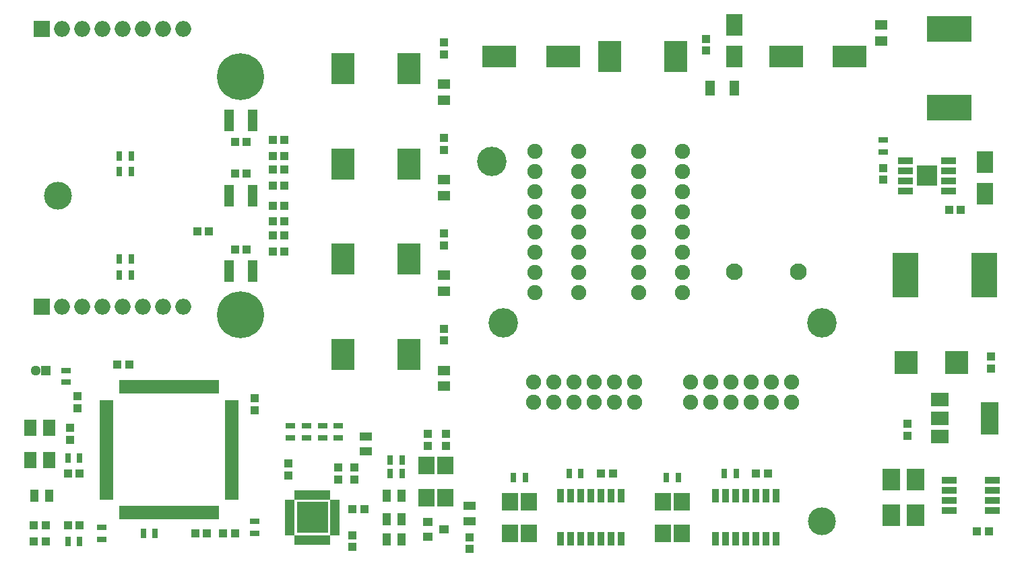
<source format=gbr>
G04 #@! TF.FileFunction,Soldermask,Top*
%FSLAX46Y46*%
G04 Gerber Fmt 4.6, Leading zero omitted, Abs format (unit mm)*
G04 Created by KiCad (PCBNEW 4.0.7-e2-6376~58~ubuntu16.04.1) date Mon Jun 18 09:55:01 2018*
%MOMM*%
%LPD*%
G01*
G04 APERTURE LIST*
%ADD10C,0.100000*%
%ADD11R,0.580000X1.200000*%
%ADD12R,1.200000X0.580000*%
%ADD13R,4.000000X4.000000*%
%ADD14C,3.500000*%
%ADD15R,1.300000X2.800000*%
%ADD16R,1.100000X1.050000*%
%ADD17R,1.550000X1.300000*%
%ADD18R,1.050000X1.100000*%
%ADD19R,2.250000X2.800000*%
%ADD20R,1.300000X1.900000*%
%ADD21R,4.300000X2.800000*%
%ADD22R,2.850000X3.000000*%
%ADD23R,1.800000X0.580000*%
%ADD24R,0.580000X1.800000*%
%ADD25R,1.850000X0.900000*%
%ADD26R,1.475000X1.475000*%
%ADD27R,3.000000X3.900000*%
%ADD28R,1.000000X1.600000*%
%ADD29R,1.600000X1.000000*%
%ADD30R,2.000000X2.200000*%
%ADD31R,5.700000X3.200000*%
%ADD32R,3.200000X5.700000*%
%ADD33R,0.800000X1.200000*%
%ADD34R,1.200000X0.800000*%
%ADD35R,1.300000X1.300000*%
%ADD36O,1.300000X1.300000*%
%ADD37R,1.200000X1.100000*%
%ADD38R,2.100000X2.800000*%
%ADD39R,2.000000X2.000000*%
%ADD40O,2.000000X2.000000*%
%ADD41R,2.300000X4.100000*%
%ADD42R,2.300000X1.800000*%
%ADD43R,0.900000X1.800000*%
%ADD44C,5.900000*%
%ADD45R,1.500000X2.100000*%
%ADD46C,1.900000*%
%ADD47C,3.700000*%
%ADD48C,2.100000*%
G04 APERTURE END LIST*
D10*
D11*
X109000000Y-118325000D03*
X109500000Y-118325000D03*
X110000000Y-118325000D03*
X110500000Y-118325000D03*
X111000000Y-118325000D03*
X111500000Y-118325000D03*
X112000000Y-118325000D03*
X112500000Y-118325000D03*
X113000000Y-118325000D03*
D12*
X113825000Y-117500000D03*
X113825000Y-117000000D03*
X113825000Y-116500000D03*
X113825000Y-116000000D03*
X113825000Y-115500000D03*
X113825000Y-115000000D03*
X113825000Y-114500000D03*
X113825000Y-114000000D03*
X113825000Y-113500000D03*
D11*
X113000000Y-112675000D03*
X112500000Y-112675000D03*
X112000000Y-112675000D03*
X111500000Y-112675000D03*
X111000000Y-112675000D03*
X110500000Y-112675000D03*
X110000000Y-112675000D03*
X109500000Y-112675000D03*
X109000000Y-112675000D03*
D12*
X108175000Y-113500000D03*
X108175000Y-114000000D03*
X108175000Y-114500000D03*
X108175000Y-115000000D03*
X108175000Y-115500000D03*
X108175000Y-116000000D03*
X108175000Y-116500000D03*
X108175000Y-117000000D03*
X108175000Y-117500000D03*
D13*
X111000000Y-115500000D03*
D14*
X79000000Y-75000000D03*
D15*
X103500000Y-65500000D03*
X100500000Y-65500000D03*
D16*
X101250000Y-68250000D03*
X102750000Y-68250000D03*
D15*
X103500000Y-75000000D03*
X100500000Y-75000000D03*
D16*
X101250000Y-72250000D03*
X102750000Y-72250000D03*
D15*
X103500000Y-84500000D03*
X100500000Y-84500000D03*
D16*
X101250000Y-81750000D03*
X102750000Y-81750000D03*
D17*
X127500000Y-61000000D03*
X127500000Y-63000000D03*
X127500000Y-73000000D03*
X127500000Y-75000000D03*
X127500000Y-85000000D03*
X127500000Y-87000000D03*
X127500000Y-97000000D03*
X127500000Y-99000000D03*
D18*
X127500000Y-55750000D03*
X127500000Y-57250000D03*
X127500000Y-67750000D03*
X127500000Y-69250000D03*
X127500000Y-79750000D03*
X127500000Y-81250000D03*
X127500000Y-91750000D03*
X127500000Y-93250000D03*
D16*
X77500000Y-116500000D03*
X76000000Y-116500000D03*
X76000000Y-118500000D03*
X77500000Y-118500000D03*
X96250000Y-117500000D03*
X97750000Y-117500000D03*
D18*
X103750000Y-100500000D03*
X103750000Y-102000000D03*
D16*
X81750000Y-110000000D03*
X80250000Y-110000000D03*
D18*
X80500000Y-104250000D03*
X80500000Y-105750000D03*
D16*
X80250000Y-116500000D03*
X81750000Y-116500000D03*
D18*
X81500000Y-100250000D03*
X81500000Y-101750000D03*
D16*
X196000000Y-117250000D03*
X194500000Y-117250000D03*
D19*
X186775000Y-115250000D03*
X183725000Y-115250000D03*
X186775000Y-110750000D03*
X183725000Y-110750000D03*
D16*
X101250000Y-117500000D03*
X99750000Y-117500000D03*
X88000000Y-96250000D03*
X86500000Y-96250000D03*
D18*
X130750000Y-119500000D03*
X130750000Y-118000000D03*
X116250000Y-109250000D03*
X116250000Y-110750000D03*
X114250000Y-109250000D03*
X114250000Y-110750000D03*
X108000000Y-108750000D03*
X108000000Y-110250000D03*
X116000000Y-119250000D03*
X116000000Y-117750000D03*
D16*
X117500000Y-114500000D03*
X116000000Y-114500000D03*
D18*
X125500000Y-105000000D03*
X125500000Y-106500000D03*
X127750000Y-105000000D03*
X127750000Y-106500000D03*
D16*
X168250000Y-110000000D03*
X166750000Y-110000000D03*
X148750000Y-110000000D03*
X147250000Y-110000000D03*
D20*
X161000000Y-61500000D03*
X164000000Y-61500000D03*
D18*
X160500000Y-55250000D03*
X160500000Y-56750000D03*
D17*
X182500000Y-53500000D03*
X182500000Y-55500000D03*
D21*
X142500000Y-57500000D03*
X134500000Y-57500000D03*
X178500000Y-57500000D03*
X170500000Y-57500000D03*
D18*
X182750000Y-71500000D03*
X182750000Y-73000000D03*
D16*
X192500000Y-76750000D03*
X191000000Y-76750000D03*
D18*
X185750000Y-103750000D03*
X185750000Y-105250000D03*
D22*
X185575000Y-96000000D03*
X191925000Y-96000000D03*
D18*
X196250000Y-95250000D03*
X196250000Y-96750000D03*
D23*
X85100000Y-101000000D03*
X85100000Y-101500000D03*
X85100000Y-102000000D03*
X85100000Y-102500000D03*
X85100000Y-103000000D03*
X85100000Y-103500000D03*
X85100000Y-104000000D03*
X85100000Y-104500000D03*
X85100000Y-105000000D03*
X85100000Y-105500000D03*
X85100000Y-106000000D03*
X85100000Y-106500000D03*
X85100000Y-107000000D03*
X85100000Y-107500000D03*
X85100000Y-108000000D03*
X85100000Y-108500000D03*
X85100000Y-109000000D03*
X85100000Y-109500000D03*
X85100000Y-110000000D03*
X85100000Y-110500000D03*
X85100000Y-111000000D03*
X85100000Y-111500000D03*
X85100000Y-112000000D03*
X85100000Y-112500000D03*
X85100000Y-113000000D03*
D24*
X87000000Y-114900000D03*
X87500000Y-114900000D03*
X88000000Y-114900000D03*
X88500000Y-114900000D03*
X89000000Y-114900000D03*
X89500000Y-114900000D03*
X90000000Y-114900000D03*
X90500000Y-114900000D03*
X91000000Y-114900000D03*
X91500000Y-114900000D03*
X92000000Y-114900000D03*
X92500000Y-114900000D03*
X93000000Y-114900000D03*
X93500000Y-114900000D03*
X94000000Y-114900000D03*
X94500000Y-114900000D03*
X95000000Y-114900000D03*
X95500000Y-114900000D03*
X96000000Y-114900000D03*
X96500000Y-114900000D03*
X97000000Y-114900000D03*
X97500000Y-114900000D03*
X98000000Y-114900000D03*
X98500000Y-114900000D03*
X99000000Y-114900000D03*
D23*
X100900000Y-113000000D03*
X100900000Y-112500000D03*
X100900000Y-112000000D03*
X100900000Y-111500000D03*
X100900000Y-111000000D03*
X100900000Y-110500000D03*
X100900000Y-110000000D03*
X100900000Y-109500000D03*
X100900000Y-109000000D03*
X100900000Y-108500000D03*
X100900000Y-108000000D03*
X100900000Y-107500000D03*
X100900000Y-107000000D03*
X100900000Y-106500000D03*
X100900000Y-106000000D03*
X100900000Y-105500000D03*
X100900000Y-105000000D03*
X100900000Y-104500000D03*
X100900000Y-104000000D03*
X100900000Y-103500000D03*
X100900000Y-103000000D03*
X100900000Y-102500000D03*
X100900000Y-102000000D03*
X100900000Y-101500000D03*
X100900000Y-101000000D03*
D24*
X99000000Y-99100000D03*
X98500000Y-99100000D03*
X98000000Y-99100000D03*
X97500000Y-99100000D03*
X97000000Y-99100000D03*
X96500000Y-99100000D03*
X96000000Y-99100000D03*
X95500000Y-99100000D03*
X95000000Y-99100000D03*
X94500000Y-99100000D03*
X94000000Y-99100000D03*
X93500000Y-99100000D03*
X93000000Y-99100000D03*
X92500000Y-99100000D03*
X92000000Y-99100000D03*
X91500000Y-99100000D03*
X91000000Y-99100000D03*
X90500000Y-99100000D03*
X90000000Y-99100000D03*
X89500000Y-99100000D03*
X89000000Y-99100000D03*
X88500000Y-99100000D03*
X88000000Y-99100000D03*
X87500000Y-99100000D03*
X87000000Y-99100000D03*
D25*
X196450000Y-114655000D03*
X196450000Y-113385000D03*
X196450000Y-112115000D03*
X196450000Y-110845000D03*
X191050000Y-110845000D03*
X191050000Y-112115000D03*
X191050000Y-113385000D03*
X191050000Y-114655000D03*
X185550000Y-70595000D03*
X185550000Y-71865000D03*
X185550000Y-73135000D03*
X185550000Y-74405000D03*
X190950000Y-74405000D03*
X190950000Y-73135000D03*
X190950000Y-71865000D03*
X190950000Y-70595000D03*
D26*
X188837500Y-73087500D03*
X188837500Y-71912500D03*
X187662500Y-73087500D03*
X187662500Y-71912500D03*
D27*
X114850000Y-59000000D03*
X123150000Y-59000000D03*
X114850000Y-71000000D03*
X123150000Y-71000000D03*
X114850000Y-83000000D03*
X123150000Y-83000000D03*
X114850000Y-95000000D03*
X123150000Y-95000000D03*
D28*
X77950000Y-112750000D03*
X76050000Y-112750000D03*
X120300000Y-115750000D03*
X122200000Y-115750000D03*
X120300000Y-118250000D03*
X122200000Y-118250000D03*
D29*
X130750000Y-115950000D03*
X130750000Y-114050000D03*
D28*
X120300000Y-112750000D03*
X122200000Y-112750000D03*
D29*
X117750000Y-107200000D03*
X117750000Y-105300000D03*
D30*
X125300000Y-113000000D03*
X125300000Y-109000000D03*
X127700000Y-113000000D03*
X127700000Y-109000000D03*
X155050000Y-117500000D03*
X155050000Y-113500000D03*
X157450000Y-117500000D03*
X157450000Y-113500000D03*
X135800000Y-117500000D03*
X135800000Y-113500000D03*
X138200000Y-117500000D03*
X138200000Y-113500000D03*
D27*
X156650000Y-57500000D03*
X148350000Y-57500000D03*
D31*
X191000000Y-54050000D03*
X191000000Y-63950000D03*
D32*
X195450000Y-85000000D03*
X185550000Y-85000000D03*
D33*
X81750000Y-108000000D03*
X80250000Y-108000000D03*
D34*
X103750000Y-116000000D03*
X103750000Y-117500000D03*
D33*
X81750000Y-118500000D03*
X80250000Y-118500000D03*
X86750000Y-85000000D03*
X88250000Y-85000000D03*
X86750000Y-83000000D03*
X88250000Y-83000000D03*
D34*
X84500000Y-118250000D03*
X84500000Y-116750000D03*
D33*
X86750000Y-72000000D03*
X88250000Y-72000000D03*
X86750000Y-70000000D03*
X88250000Y-70000000D03*
D34*
X80000000Y-97000000D03*
X80000000Y-98500000D03*
X108250000Y-105500000D03*
X108250000Y-104000000D03*
D33*
X89750000Y-117500000D03*
X91250000Y-117500000D03*
D34*
X110250000Y-105500000D03*
X110250000Y-104000000D03*
X112250000Y-105500000D03*
X112250000Y-104000000D03*
X114250000Y-105500000D03*
X114250000Y-104000000D03*
D33*
X120750000Y-110000000D03*
X122250000Y-110000000D03*
X120750000Y-108250000D03*
X122250000Y-108250000D03*
X164250000Y-110000000D03*
X162750000Y-110000000D03*
X144750000Y-110000000D03*
X143250000Y-110000000D03*
X157000000Y-110500000D03*
X155500000Y-110500000D03*
X137750000Y-110500000D03*
X136250000Y-110500000D03*
D34*
X182750000Y-68000000D03*
X182750000Y-69500000D03*
D35*
X77500000Y-97000000D03*
D36*
X76230000Y-97000000D03*
D37*
X125500000Y-116050000D03*
X125500000Y-117950000D03*
X127500000Y-117000000D03*
D38*
X164000000Y-53500000D03*
X164000000Y-57500000D03*
X195500000Y-74750000D03*
X195500000Y-70750000D03*
D39*
X77000000Y-89000000D03*
D40*
X79540000Y-89000000D03*
X82080000Y-89000000D03*
X84620000Y-89000000D03*
X87160000Y-89000000D03*
X89700000Y-89000000D03*
X92240000Y-89000000D03*
X94780000Y-89000000D03*
D39*
X77000000Y-54000000D03*
D40*
X79540000Y-54000000D03*
X82080000Y-54000000D03*
X84620000Y-54000000D03*
X87160000Y-54000000D03*
X89700000Y-54000000D03*
X92240000Y-54000000D03*
X94780000Y-54000000D03*
D41*
X196150000Y-103000000D03*
D42*
X189850000Y-103000000D03*
X189850000Y-105300000D03*
X189850000Y-100700000D03*
D43*
X161690000Y-118200000D03*
X162960000Y-118200000D03*
X164230000Y-118200000D03*
X165500000Y-118200000D03*
X166770000Y-118200000D03*
X168040000Y-118200000D03*
X169310000Y-118200000D03*
X169310000Y-112800000D03*
X168040000Y-112800000D03*
X166770000Y-112800000D03*
X165500000Y-112800000D03*
X164230000Y-112800000D03*
X162960000Y-112800000D03*
X161690000Y-112800000D03*
X142190000Y-118200000D03*
X143460000Y-118200000D03*
X144730000Y-118200000D03*
X146000000Y-118200000D03*
X147270000Y-118200000D03*
X148540000Y-118200000D03*
X149810000Y-118200000D03*
X149810000Y-112800000D03*
X148540000Y-112800000D03*
X147270000Y-112800000D03*
X146000000Y-112800000D03*
X144730000Y-112800000D03*
X143460000Y-112800000D03*
X142190000Y-112800000D03*
D16*
X107500000Y-68000000D03*
X106000000Y-68000000D03*
X107500000Y-70000000D03*
X106000000Y-70000000D03*
X107500000Y-71750000D03*
X106000000Y-71750000D03*
X107500000Y-73750000D03*
X106000000Y-73750000D03*
X107500000Y-76250000D03*
X106000000Y-76250000D03*
X107500000Y-78250000D03*
X106000000Y-78250000D03*
X107500000Y-80000000D03*
X106000000Y-80000000D03*
X107500000Y-82000000D03*
X106000000Y-82000000D03*
D44*
X102000000Y-90000000D03*
X102000000Y-60000000D03*
D14*
X175000000Y-116000000D03*
D45*
X77950000Y-108250000D03*
X77950000Y-104250000D03*
X75550000Y-104250000D03*
X75550000Y-108250000D03*
D46*
X138780000Y-98450000D03*
X141320000Y-98450000D03*
X143860000Y-98450000D03*
X146400000Y-98450000D03*
X148940000Y-98450000D03*
X151480000Y-98450000D03*
X138780000Y-100990000D03*
X141320000Y-100990000D03*
X143860000Y-100990000D03*
X146400000Y-100990000D03*
X148940000Y-100990000D03*
X151480000Y-100990000D03*
X158520000Y-98450000D03*
X161060000Y-98450000D03*
X163600000Y-98450000D03*
X166140000Y-98450000D03*
X168680000Y-98450000D03*
X171220000Y-98450000D03*
X158520000Y-100990000D03*
X161060000Y-100990000D03*
X163600000Y-100990000D03*
X166140000Y-100990000D03*
X168680000Y-100990000D03*
X171220000Y-100990000D03*
X138980000Y-69400000D03*
X138980000Y-74480000D03*
X138980000Y-79560000D03*
X138980000Y-84640000D03*
X144480000Y-69400000D03*
X144480000Y-74480000D03*
X144480000Y-79560000D03*
X144480000Y-84640000D03*
X151980000Y-69400000D03*
X151980000Y-74480000D03*
X151980000Y-79560000D03*
X151980000Y-84640000D03*
X157480000Y-69400000D03*
X157480000Y-74480000D03*
X157480000Y-79560000D03*
X157480000Y-84640000D03*
X138980000Y-71940000D03*
X138980000Y-77020000D03*
X138980000Y-82100000D03*
X138980000Y-87180000D03*
X144480000Y-71940000D03*
X144480000Y-77020000D03*
X144480000Y-82100000D03*
X144480000Y-87180000D03*
X151980000Y-71940000D03*
X151980000Y-77020000D03*
X151980000Y-82100000D03*
X151980000Y-87180000D03*
X157480000Y-71940000D03*
X157480000Y-77020000D03*
X157480000Y-82100000D03*
X157480000Y-87180000D03*
D47*
X135000000Y-91000000D03*
X175000000Y-91000000D03*
X133500000Y-70700000D03*
D48*
X164000000Y-84600000D03*
X172100000Y-84600000D03*
D16*
X98000000Y-79500000D03*
X96500000Y-79500000D03*
M02*

</source>
